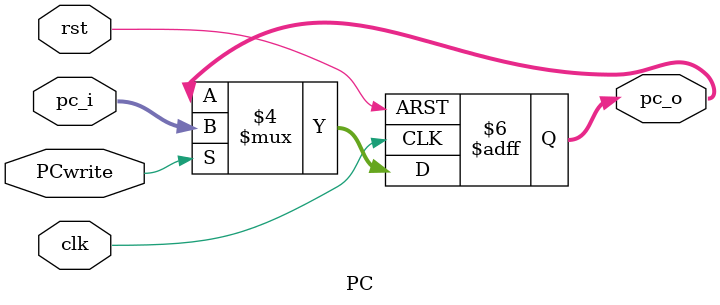
<source format=v>
module PC (
    input clk,
    input rst,
    input PCwrite,
    input [31:0] pc_i,
    output reg [31:0] pc_o
);

    // TODO: implement your program counter here
    always @(posedge clk, negedge rst) begin
        if(!rst) begin
            pc_o <= 32'b0;
        end
        else begin
            if(PCwrite) begin
                pc_o <= pc_i;
            end
            else begin
                pc_o <= pc_o;
            end
        end
    end


endmodule


</source>
